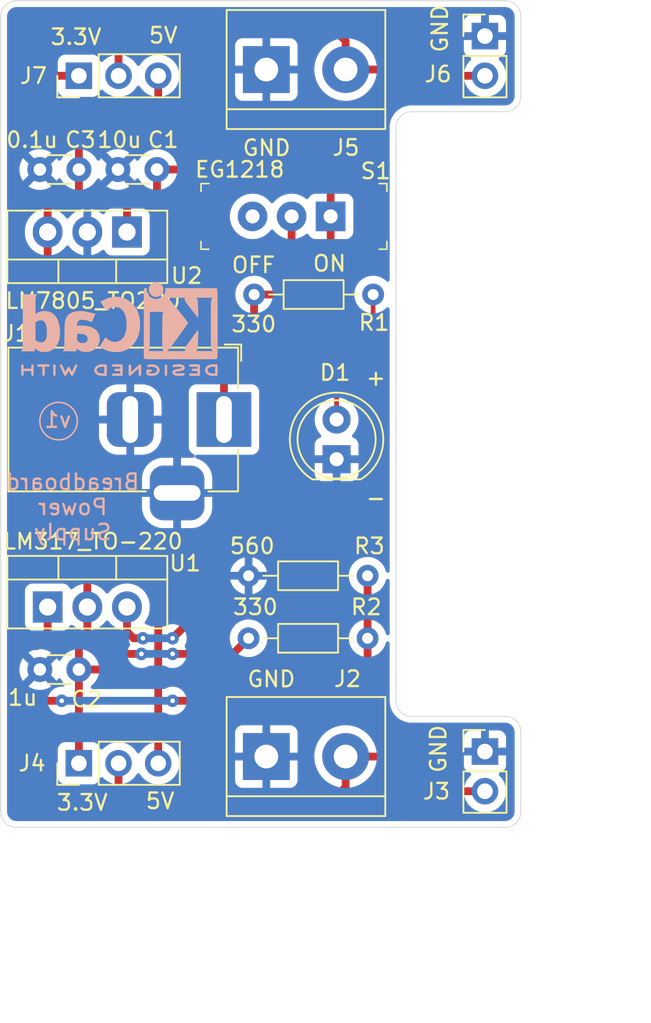
<source format=kicad_pcb>
(kicad_pcb (version 20241229) (generator "pcbnew") (generator_version "9.0")
  (layers (0 "F.Cu" signal) (2 "B.Cu" signal) (13 "F.Paste" user) (15 "B.Paste" user) (5 "F.SilkS" user "F.Silkscreen") (7 "B.SilkS" user "B.Silkscreen") (1 "F.Mask" user) (3 "B.Mask" user) (25 "Edge.Cuts" user))
  (net 0 "")
  (net 1 "GND")
  (net 2 "+12V")
  (net 3 "+3.3V")
  (net 4 "+5V")
  (net 5 "/LED_A")
  (net 6 "/PWR_IN")
  (net 7 "/OUT_1")
  (net 8 "/OUT_2")
  (net 9 "/ADJ")
  (footprint "Connector_BarrelJack:BarrelJack_Horizontal" (layer "F.Cu") (at 133.29 72)
    (property "Reference" "J1" (at -13.29 -5.5 0) (layer "F.SilkS"))
    (property "Value" "Barrel_Jack_Switch")
    (pad "1" thru_hole rect (at 0 0) (size 3.5 3.5) (drill oval 1 3) (layers "*.Cu" "*.Mask") (net 6 "/PWR_IN"))
    (pad "2" thru_hole roundrect (at -6 0) (size 3 3.5) (drill oval 1 3) (layers "*.Cu" "*.Mask") (net 1 "GND"))
    (pad "3" thru_hole roundrect (at -3 4.7) (size 3.5 3.5) (drill oval 3 1) (layers "*.Cu" "*.Mask") (net 1 "GND"))
  )
  (footprint "Connector_PinHeader_2.54mm:PinHeader_1x02_P2.54mm_Vertical" (layer "F.Cu") (at 150 47.46)
    (property "Reference" "J6" (at -3 2.44 0) (layer "F.SilkS"))
    (property "Value" "Conn_01x02_Pin")
    (pad "1" thru_hole rect (at 0 0) (size 1.7 1.7) (drill 1) (layers "*.Cu" "*.Mask") (net 1 "GND"))
    (pad "2" thru_hole circle (at 0 2.54) (size 1.7 1.7) (drill 1) (layers "*.Cu" "*.Mask") (net 8 "/OUT_2"))
  )
  (footprint "Resistor_THT:R_Axial_DIN0204_L3.6mm_D1.6mm_P7.62mm_Horizontal" (layer "F.Cu") (at 135.22 64)
    (property "Reference" "R1" (at 7.68 1.8 0) (layer "F.SilkS"))
    (property "Value" "330" (at -0.02 1.9 0) (layer "F.SilkS"))
    (pad "1" thru_hole circle (at 0 0) (size 1.4 1.4) (drill 0.7) (layers "*.Cu" "*.Mask") (net 2 "+12V"))
    (pad "2" thru_hole oval (at 7.62 0) (size 1.4 1.4) (drill 0.7) (layers "*.Cu" "*.Mask") (net 5 "/LED_A"))
  )
  (footprint "TerminalBlock:TerminalBlock_bornier-2_P5.08mm" (layer "F.Cu") (at 136 93.57)
    (property "Reference" "J2" (at 5.2 -4.97 0) (layer "F.SilkS"))
    (property "Value" "Screw_Terminal_01x02")
    (pad "1" thru_hole rect (at 0 0) (size 3 3) (drill 1.52) (layers "*.Cu" "*.Mask") (net 1 "GND"))
    (pad "2" thru_hole circle (at 5.08 0) (size 3 3) (drill 1.52) (layers "*.Cu" "*.Mask") (net 7 "/OUT_1"))
  )
  (footprint "Connector_PinHeader_2.54mm:PinHeader_1x03_P2.54mm_Vertical" (layer "F.Cu") (at 124 94 90)
    (property "Reference" "J4" (at 0 -3 180) (layer "F.SilkS"))
    (property "Value" "Conn_01x03_Pin")
    (pad "1" thru_hole rect (at 0 0 90) (size 1.7 1.7) (drill 1) (layers "*.Cu" "*.Mask") (net 3 "+3.3V"))
    (pad "2" thru_hole circle (at 0 2.54 90) (size 1.7 1.7) (drill 1) (layers "*.Cu" "*.Mask") (net 7 "/OUT_1"))
    (pad "3" thru_hole circle (at 0 5.08 90) (size 1.7 1.7) (drill 1) (layers "*.Cu" "*.Mask") (net 4 "+5V"))
  )
  (footprint "LED_THT:LED_D5.0mm" (layer "F.Cu") (at 140.5 74.54 90)
    (property "Reference" "D1" (at 5.54 -0.1 180) (layer "F.SilkS"))
    (property "Value" "LED")
    (pad "1" thru_hole rect (at 0 0 90) (size 1.8 1.8) (drill 0.9) (layers "*.Cu" "*.Mask") (net 1 "GND"))
    (pad "2" thru_hole circle (at 2.54 0 90) (size 1.8 1.8) (drill 0.9) (layers "*.Cu" "*.Mask") (net 5 "/LED_A"))
  )
  (footprint "Capacitor_THT:C_Disc_D3.0mm_W1.6mm_P2.50mm" (layer "F.Cu") (at 129 56 180)
    (property "Reference" "C1" (at -0.4 1.9 0) (layer "F.SilkS"))
    (property "Value" "10u" (at 2.4 1.9 0) (layer "F.SilkS"))
    (pad "1" thru_hole circle (at 0 0 180) (size 1.6 1.6) (drill 0.8) (layers "*.Cu" "*.Mask") (net 2 "+12V"))
    (pad "2" thru_hole circle (at 2.5 0 180) (size 1.6 1.6) (drill 0.8) (layers "*.Cu" "*.Mask") (net 1 "GND"))
  )
  (footprint "Connector_PinHeader_2.54mm:PinHeader_1x02_P2.54mm_Vertical" (layer "F.Cu") (at 150 93.25)
    (property "Reference" "J3" (at -3.1 2.55 0) (layer "F.SilkS"))
    (property "Value" "Conn_01x02_Pin")
    (pad "1" thru_hole rect (at 0 0) (size 1.7 1.7) (drill 1) (layers "*.Cu" "*.Mask") (net 1 "GND"))
    (pad "2" thru_hole circle (at 0 2.54) (size 1.7 1.7) (drill 1) (layers "*.Cu" "*.Mask") (net 7 "/OUT_1"))
  )
  (footprint "Resistor_THT:R_Axial_DIN0204_L3.6mm_D1.6mm_P7.62mm_Horizontal" (layer "F.Cu") (at 142.485 82 180)
    (property "Reference" "R3" (at -0.115 1.9 0) (layer "F.SilkS"))
    (property "Value" "560" (at 7.385 1.9 0) (layer "F.SilkS"))
    (pad "1" thru_hole circle (at 0 0 180) (size 1.4 1.4) (drill 0.7) (layers "*.Cu" "*.Mask") (net 9 "/ADJ"))
    (pad "2" thru_hole oval (at 7.62 0 180) (size 1.4 1.4) (drill 0.7) (layers "*.Cu" "*.Mask") (net 1 "GND"))
  )
  (footprint "Connector_PinHeader_2.54mm:PinHeader_1x03_P2.54mm_Vertical" (layer "F.Cu") (at 124 50 90)
    (property "Reference" "J7" (at 0 -2.9 180) (layer "F.SilkS"))
    (property "Value" "Conn_01x03_Pin")
    (pad "1" thru_hole rect (at 0 0 90) (size 1.7 1.7) (drill 1) (layers "*.Cu" "*.Mask") (net 3 "+3.3V"))
    (pad "2" thru_hole circle (at 0 2.54 90) (size 1.7 1.7) (drill 1) (layers "*.Cu" "*.Mask") (net 8 "/OUT_2"))
    (pad "3" thru_hole circle (at 0 5.08 90) (size 1.7 1.7) (drill 1) (layers "*.Cu" "*.Mask") (net 4 "+5V"))
  )
  (footprint "Capacitor_THT:C_Disc_D3.0mm_W1.6mm_P2.50mm" (layer "F.Cu") (at 124 56 180)
    (property "Reference" "C3" (at -0.1 1.9 0) (layer "F.SilkS"))
    (property "Value" "0.1u" (at 3 1.9 0) (layer "F.SilkS"))
    (pad "1" thru_hole circle (at 0 0 180) (size 1.6 1.6) (drill 0.8) (layers "*.Cu" "*.Mask") (net 4 "+5V"))
    (pad "2" thru_hole circle (at 2.5 0 180) (size 1.6 1.6) (drill 0.8) (layers "*.Cu" "*.Mask") (net 1 "GND"))
  )
  (footprint "Capacitor_THT:C_Disc_D3.0mm_W1.6mm_P2.50mm" (layer "F.Cu") (at 124 88 180)
    (property "Reference" "C2" (at -0.5 -1.9 0) (layer "F.SilkS"))
    (property "Value" "1u" (at 3.6 -1.8 0) (layer "F.SilkS"))
    (pad "1" thru_hole circle (at 0 0 180) (size 1.6 1.6) (drill 0.8) (layers "*.Cu" "*.Mask") (net 3 "+3.3V"))
    (pad "2" thru_hole circle (at 2.5 0 180) (size 1.6 1.6) (drill 0.8) (layers "*.Cu" "*.Mask") (net 1 "GND"))
  )
  (footprint "Package_TO_SOT_THT:TO-220-3_Vertical" (layer "F.Cu") (at 127.08 60 180)
    (property "Reference" "U2" (at -3.82 -2.8 0) (layer "F.SilkS"))
    (property "Value" "LM7805_TO220" (at 2.18 -4.4 0) (layer "F.SilkS"))
    (pad "1" thru_hole rect (at 0 0 180) (size 1.905 2) (drill 1.1) (layers "*.Cu" "*.Mask") (net 2 "+12V"))
    (pad "2" thru_hole oval (at 2.54 0 180) (size 1.905 2) (drill 1.1) (layers "*.Cu" "*.Mask") (net 1 "GND"))
    (pad "3" thru_hole oval (at 5.08 0 180) (size 1.905 2) (drill 1.1) (layers "*.Cu" "*.Mask") (net 4 "+5V"))
  )
  (footprint "digikey-footprints:Switch_Slide_11.6x4mm_EG1218" (layer "F.Cu") (at 140.12 59 180)
    (property "Reference" "S1" (at -2.88 2.9 0) (layer "F.SilkS"))
    (property "Value" "EG1218" (at 5.82 3 0) (layer "F.SilkS"))
    (pad "1" thru_hole rect (at 0 0 180) (size 1.9 1.9) (drill 0.9) (layers "*.Cu" "*.Mask") (net 2 "+12V"))
    (pad "2" thru_hole circle (at 2.5 0 180) (size 1.9 1.9) (drill 0.9) (layers "*.Cu" "*.Mask") (net 6 "/PWR_IN"))
    (pad "3" thru_hole circle (at 5 0 180) (size 1.9 1.9) (drill 0.9) (layers "*.Cu" "*.Mask"))
  )
  (footprint "Resistor_THT:R_Axial_DIN0204_L3.6mm_D1.6mm_P7.62mm_Horizontal" (layer "F.Cu") (at 134.865 86)
    (property "Reference" "R2" (at 7.535 -2 0) (layer "F.SilkS"))
    (property "Value" "330" (at 0.435 -2 0) (layer "F.SilkS"))
    (pad "1" thru_hole circle (at 0 0) (size 1.4 1.4) (drill 0.7) (layers "*.Cu" "*.Mask") (net 3 "+3.3V"))
    (pad "2" thru_hole oval (at 7.62 0) (size 1.4 1.4) (drill 0.7) (layers "*.Cu" "*.Mask") (net 9 "/ADJ"))
  )
  (footprint "Package_TO_SOT_THT:TO-220-3_Vertical" (layer "F.Cu") (at 122 84)
    (property "Reference" "U1" (at 8.8 -2.8 0) (layer "F.SilkS"))
    (property "Value" "LM317_TO-220" (at 2.9 -4.2 0) (layer "F.SilkS"))
    (pad "1" thru_hole rect (at 0 0) (size 1.905 2) (drill 1.1) (layers "*.Cu" "*.Mask") (net 9 "/ADJ"))
    (pad "2" thru_hole oval (at 2.54 0) (size 1.905 2) (drill 1.1) (layers "*.Cu" "*.Mask") (net 3 "+3.3V"))
    (pad "3" thru_hole oval (at 5.08 0) (size 1.905 2) (drill 1.1) (layers "*.Cu" "*.Mask") (net 2 "+12V"))
  )
  (footprint "TerminalBlock:TerminalBlock_bornier-2_P5.08mm" (layer "F.Cu") (at 136 49.6)
    (property "Reference" "J5" (at 5.1 5 0) (layer "F.SilkS"))
    (property "Value" "Screw_Terminal_01x02")
    (pad "1" thru_hole rect (at 0 0) (size 3 3) (drill 1.52) (layers "*.Cu" "*.Mask") (net 1 "GND"))
    (pad "2" thru_hole circle (at 5.08 0) (size 3 3) (drill 1.52) (layers "*.Cu" "*.Mask") (net 8 "/OUT_2"))
  )
  (footprint "Symbol:KiCad-Logo2_5mm_SilkScreen" (layer "B.Cu") (at 126.6 66.2 180)
    (property "Reference" "REF**" (hide yes))
    (property "Value" "KiCad-Logo2_5mm_SilkScreen" (hide yes))
  )
  (gr_circle (center 122.7 72.1) (end 122.7 73.3) (stroke (width 0.1)) (fill no) (layer "B.SilkS"))
  (gr_line (start 145.3 91) (end 151.3 91) (stroke (width 0.05)) (layer "Edge.Cuts"))
  (gr_arc (start 119 46.2) (mid 119.292893 45.492893) (end 120 45.2) (stroke (width 0.05)) (layer "Edge.Cuts"))
  (gr_line (start 144.3 53.3) (end 144.3 90) (stroke (width 0.05)) (layer "Edge.Cuts"))
  (gr_line (start 152.3 46.2) (end 152.3 51.3) (stroke (width 0.05)) (layer "Edge.Cuts"))
  (gr_arc (start 120 98.1) (mid 119.292893 97.807107) (end 119 97.1) (stroke (width 0.05)) (layer "Edge.Cuts"))
  (gr_arc (start 152.3 51.3) (mid 152.007107 52.007107) (end 151.3 52.3) (stroke (width 0.05)) (layer "Edge.Cuts"))
  (gr_line (start 151.3 98.100025) (end 120 98.100025) (stroke (width 0.05)) (layer "Edge.Cuts"))
  (gr_arc (start 151.3 91) (mid 152.007107 91.292893) (end 152.3 92) (stroke (width 0.05)) (layer "Edge.Cuts"))
  (gr_line (start 151.3 52.3) (end 145.3 52.3) (stroke (width 0.05)) (layer "Edge.Cuts"))
  (gr_arc (start 152.300025 97.1) (mid 152.007124 97.807124) (end 151.3 98.100025) (stroke (width 0.05)) (layer "Edge.Cuts"))
  (gr_arc (start 151.3 45.2) (mid 152.007107 45.492893) (end 152.3 46.2) (stroke (width 0.05)) (layer "Edge.Cuts"))
  (gr_line (start 151.3 45.2) (end 120 45.2) (stroke (width 0.05)) (layer "Edge.Cuts"))
  (gr_line (start 152.3 92) (end 152.300025 97.1) (stroke (width 0.05)) (layer "Edge.Cuts"))
  (gr_line (start 119 46.2) (end 119 97.1) (stroke (width 0.05)) (layer "Edge.Cuts"))
  (gr_arc (start 145.3 91) (mid 144.592893 90.707107) (end 144.3 90) (stroke (width 0.05)) (layer "Edge.Cuts"))
  (gr_arc (start 144.3 53.3) (mid 144.592893 52.592893) (end 145.3 52.3) (stroke (width 0.05)) (layer "Edge.Cuts"))
  (gr_text "GND" (at 134.7 89.2 0) (layer "F.SilkS") (effects (font (size 1 1)) (justify left bottom)))
  (gr_text "5V" (at 128.4 48 0) (layer "F.SilkS") (effects (font (size 1 1)) (justify left bottom)))
  (gr_text "ON" (at 138.9 62.6 0) (layer "F.SilkS") (effects (font (size 1 1)) (justify left bottom)))
  (gr_text "+" (at 142.3 69.9 0) (layer "F.SilkS") (effects (font (size 1 1)) (justify left bottom)))
  (gr_text "GND" (at 147.6 94.7 90) (layer "F.SilkS") (effects (font (size 1 1)) (justify left bottom)))
  (gr_text "3.3V" (at 122.1 48.1 0) (layer "F.SilkS") (effects (font (size 1 1)) (justify left bottom)))
  (gr_text "5V" (at 128.2 97 0) (layer "F.SilkS") (effects (font (size 1 1)) (justify left bottom)))
  (gr_text "GND" (at 134.4 55.2 0) (layer "F.SilkS") (effects (font (size 1 1)) (justify left bottom)))
  (gr_text "-" (at 142.3 77.6 0) (layer "F.SilkS") (effects (font (size 1 1)) (justify left bottom)))
  (gr_text "GND" (at 147.7 48.6 90) (layer "F.SilkS") (effects (font (size 1 1)) (justify left bottom)))
  (gr_text "OFF" (at 133.7 62.7 0) (layer "F.SilkS") (effects (font (size 1 1)) (justify left bottom)))
  (gr_text "3.3V" (at 122.5 97.1 0) (layer "F.SilkS") (effects (font (size 1 1)) (justify left bottom)))
  (gr_text "v1" (at 123.6 72.6 0) (layer "B.SilkS") (effects (font (size 1 1)) (justify left bottom mirror)))
  (gr_text "Breadboard\nPower\nSupply" (at 123.6 79.8 0) (layer "B.SilkS") (effects (font (size 1 1)) (justify bottom mirror)))
  (segment (start 136.3 84) (end 132 84) (width 0.5) (layer "F.Cu") (net 2))
  (segment (start 136.4 68.9) (end 137.2 69.7) (width 0.5) (layer "F.Cu") (net 2))
  (segment (start 127.5 58) (end 127.08 58.42) (width 0.5) (layer "F.Cu") (net 2))
  (segment (start 139.5 64) (end 140.12 63.38) (width 0.5) (layer "F.Cu") (net 2))
  (segment (start 135.22 67.72) (end 136.4 68.9) (width 0.5) (layer "F.Cu") (net 2))
  (segment (start 132 84) (end 131 85) (width 0.5) (layer "F.Cu") (net 2))
  (segment (start 127.08 58.42) (end 127.08 60) (width 0.5) (layer "F.Cu") (net 2))
  (segment (start 137.2 69.7) (end 137.2 80.2) (width 0.5) (layer "F.Cu") (net 2))
  (segment (start 140.12 63.38) (end 140.12 59) (width 0.5) (layer "F.Cu") (net 2))
  (segment (start 128 86) (end 127.5 86) (width 0.5) (layer "F.Cu") (net 2))
  (segment (start 137.2 80.2) (end 137.2 83.1) (width 0.5) (layer "F.Cu") (net 2))
  (segment (start 140.12 56.82) (end 140.12 59) (width 0.5) (layer "F.Cu") (net 2))
  (segment (start 129 57.4) (end 128.4 58) (width 0.5) (layer "F.Cu") (net 2))
  (segment (start 135.22 64) (end 139.5 64) (width 0.5) (layer "F.Cu") (net 2))
  (segment (start 139.3 56) (end 129 56) (width 0.5) (layer "F.Cu") (net 2))
  (segment (start 127.5 86) (end 127.08 85.58) (width 0.5) (layer "F.Cu") (net 2))
  (segment (start 128.4 58) (end 127.5 58) (width 0.5) (layer "F.Cu") (net 2))
  (segment (start 127.08 85.58) (end 127.08 84) (width 0.5) (layer "F.Cu") (net 2))
  (segment (start 137.2 83.1) (end 136.3 84) (width 0.5) (layer "F.Cu") (net 2))
  (segment (start 135.22 64) (end 135.22 67.72) (width 0.5) (layer "F.Cu") (net 2))
  (segment (start 129 56) (end 129 57.4) (width 0.5) (layer "F.Cu") (net 2))
  (segment (start 131 85) (end 130 86) (width 0.5) (layer "F.Cu") (net 2))
  (segment (start 139.3 56) (end 140.12 56.82) (width 0.5) (layer "F.Cu") (net 2))
  (via (at 128.1 86) (size 0.8) (drill 0.3) (layers "F.Cu" "B.Cu") (net 2))
  (via (at 130 86) (size 0.8) (drill 0.3) (layers "F.Cu" "B.Cu") (net 2))
  (segment (start 128.1 86) (end 128 86) (width 0.5) (layer "B.Cu") (net 2))
  (segment (start 130 86) (end 128.1 86) (width 0.5) (layer "B.Cu") (net 2))
  (segment (start 119.7 51.8) (end 119.7 80.9) (width 0.5) (layer "F.Cu") (net 3))
  (segment (start 120.3 81.5) (end 124.1 81.5) (width 0.5) (layer "F.Cu") (net 3))
  (segment (start 133 87) (end 130 87) (width 0.5) (layer "F.Cu") (net 3))
  (segment (start 119.7 80.9) (end 120.3 81.5) (width 0.5) (layer "F.Cu") (net 3))
  (segment (start 124 50) (end 121.5 50) (width 0.5) (layer "F.Cu") (net 3))
  (segment (start 128 87) (end 127 87) (width 0.5) (layer "F.Cu") (net 3))
  (segment (start 134.865 86) (end 133.865 87) (width 0.5) (layer "F.Cu") (net 3))
  (segment (start 126 88) (end 124 88) (width 0.5) (layer "F.Cu") (net 3))
  (segment (start 124.54 85.94) (end 124.54 84) (width 0.5) (layer "F.Cu") (net 3))
  (segment (start 124.54 81.94) (end 124.54 84) (width 0.5) (layer "F.Cu") (net 3))
  (segment (start 124 86.48) (end 124.54 85.94) (width 0.5) (layer "F.Cu") (net 3))
  (segment (start 124 88) (end 124 86.48) (width 0.5) (layer "F.Cu") (net 3))
  (segment (start 124 94) (end 124 88) (width 0.5) (layer "F.Cu") (net 3))
  (segment (start 121.5 50) (end 119.7 51.8) (width 0.5) (layer "F.Cu") (net 3))
  (segment (start 127 87) (end 126 88) (width 0.5) (layer "F.Cu") (net 3))
  (segment (start 133.865 87) (end 133 87) (width 0.5) (layer "F.Cu") (net 3))
  (segment (start 124.1 81.5) (end 124.54 81.94) (width 0.5) (layer "F.Cu") (net 3))
  (via (at 128 87) (size 0.8) (drill 0.3) (layers "F.Cu" "B.Cu") (net 3))
  (via (at 130 87) (size 0.8) (drill 0.3) (layers "F.Cu" "B.Cu") (net 3))
  (segment (start 130 87) (end 128 87) (width 0.5) (layer "B.Cu") (net 3))
  (segment (start 124 56) (end 124 54.2) (width 0.5) (layer "F.Cu") (net 4))
  (segment (start 123.5 58) (end 124 57.5) (width 0.5) (layer "F.Cu") (net 4))
  (segment (start 129.08 82.18) (end 122 75.1) (width 0.5) (layer "F.Cu") (net 4))
  (segment (start 129.08 50) (end 129.08 52.72) (width 0.5) (layer "F.Cu") (net 4))
  (segment (start 122 75.1) (end 122 60) (width 0.5) (layer "F.Cu") (net 4))
  (segment (start 129.08 94) (end 129.08 82.18) (width 0.5) (layer "F.Cu") (net 4))
  (segment (start 122 58.5) (end 122.5 58) (width 0.5) (layer "F.Cu") (net 4))
  (segment (start 124 57.5) (end 124 56) (width 0.5) (layer "F.Cu") (net 4))
  (segment (start 129.08 52.72) (end 128.3 53.5) (width 0.5) (layer "F.Cu") (net 4))
  (segment (start 124 54.2) (end 124.7 53.5) (width 0.5) (layer "F.Cu") (net 4))
  (segment (start 124.7 53.5) (end 128.3 53.5) (width 0.5) (layer "F.Cu") (net 4))
  (segment (start 122 60) (end 122 58.5) (width 0.5) (layer "F.Cu") (net 4))
  (segment (start 122.5 58) (end 123.5 58) (width 0.5) (layer "F.Cu") (net 4))
  (segment (start 140.5 69.2) (end 140.5 72) (width 0.3) (layer "F.Cu") (net 5))
  (segment (start 142.84 64) (end 142.84 66.86) (width 0.3) (layer "F.Cu") (net 5))
  (segment (start 142.84 66.86) (end 140.5 69.2) (width 0.3) (layer "F.Cu") (net 5))
  (segment (start 136.8 62) (end 134.2 62) (width 0.5) (layer "F.Cu") (net 6))
  (segment (start 137.62 59) (end 137.62 61.18) (width 0.5) (layer "F.Cu") (net 6))
  (segment (start 133.29 62.91) (end 133.29 72) (width 0.5) (layer "F.Cu") (net 6))
  (segment (start 134.2 62) (end 133.29 62.91) (width 0.5) (layer "F.Cu") (net 6))
  (segment (start 137.62 61.18) (end 136.8 62) (width 0.5) (layer "F.Cu") (net 6))
  (segment (start 127.2 96.1) (end 126.54 95.44) (width 0.5) (layer "F.Cu") (net 7))
  (segment (start 141.08 93.57) (end 141.08 95.52) (width 0.5) (layer "F.Cu") (net 7))
  (segment (start 145.27 93.57) (end 146 94.3) (width 0.5) (layer "F.Cu") (net 7))
  (segment (start 141.08 95.52) (end 140.5 96.1) (width 0.5) (layer "F.Cu") (net 7))
  (segment (start 141.08 93.57) (end 145.27 93.57) (width 0.5) (layer "F.Cu") (net 7))
  (segment (start 146.49 95.79) (end 146 95.3) (width 0.5) (layer "F.Cu") (net 7))
  (segment (start 146 95.3) (end 146 94.3) (width 0.5) (layer "F.Cu") (net 7))
  (segment (start 126.54 95.44) (end 126.54 94) (width 0.5) (layer "F.Cu") (net 7))
  (segment (start 150 95.79) (end 146.49 95.79) (width 0.5) (layer "F.Cu") (net 7))
  (segment (start 140.5 96.1) (end 127.2 96.1) (width 0.5) (layer "F.Cu") (net 7))
  (segment (start 141.08 49.6) (end 141.08 47.78) (width 0.5) (layer "F.Cu") (net 8))
  (segment (start 141.08 47.78) (end 140.4 47.1) (width 0.5) (layer "F.Cu") (net 8))
  (segment (start 126.54 50) (end 126.54 47.66) (width 0.5) (layer "F.Cu") (net 8))
  (segment (start 150 50) (end 145.2 50) (width 0.5) (layer "F.Cu") (net 8))
  (segment (start 144.8 49.6) (end 141.08 49.6) (width 0.5) (layer "F.Cu") (net 8))
  (segment (start 140.4 47.1) (end 127.1 47.1) (width 0.5) (layer "F.Cu") (net 8))
  (segment (start 145.2 50) (end 144.8 49.6) (width 0.5) (layer "F.Cu") (net 8))
  (segment (start 126.54 47.66) (end 127.1 47.1) (width 0.5) (layer "F.Cu") (net 8))
  (segment (start 120.3 90) (end 122.9 90) (width 0.5) (layer "F.Cu") (net 9))
  (segment (start 122.9 90) (end 123 90) (width 0.5) (layer "F.Cu") (net 9))
  (segment (start 142.485 82) (end 142.485 86) (width 0.5) (layer "F.Cu") (net 9))
  (segment (start 122 85.8) (end 121.4 86.4) (width 0.5) (layer "F.Cu") (net 9))
  (segment (start 142.485 86) (end 142.485 89.415) (width 0.5) (layer "F.Cu") (net 9))
  (segment (start 119.9 87) (end 119.9 89.6) (width 0.5) (layer "F.Cu") (net 9))
  (segment (start 121.3 86.5) (end 120.5 86.5) (width 0.5) (layer "F.Cu") (net 9))
  (segment (start 121.4 86.4) (end 121.3 86.5) (width 0.5) (layer "F.Cu") (net 9))
  (segment (start 122 84) (end 122 85.8) (width 0.5) (layer "F.Cu") (net 9))
  (segment (start 120.4 86.5) (end 119.9 87) (width 0.5) (layer "F.Cu") (net 9))
  (segment (start 141.9 90) (end 130 90) (width 0.5) (layer "F.Cu") (net 9))
  (segment (start 120.5 86.5) (end 120.4 86.5) (width 0.5) (layer "F.Cu") (net 9))
  (segment (start 142.485 89.415) (end 141.9 90) (width 0.5) (layer "F.Cu") (net 9))
  (segment (start 119.9 89.6) (end 120.3 90) (width 0.5) (layer "F.Cu") (net 9))
  (via (at 130 90) (size 0.8) (drill 0.3) (layers "F.Cu" "B.Cu") (net 9))
  (via (at 122.9 90) (size 0.8) (drill 0.3) (layers "F.Cu" "B.Cu") (net 9))
  (segment (start 123 90) (end 130 90) (width 0.5) (layer "B.Cu") (net 9))
  (zone (net 1) (net_name "GND") (layer "B.Cu") (connect_pads (clearance 0.5)) (min_thickness 0.25) (fill yes (thermal_gap 0.5) (thermal_bridge_width 0.5))
    (polygon (pts (xy 120 45.2) (xy 119 46.2) (xy 119 97.1) (xy 120 98.1) (xy 151.4 98.1) (xy 152.3 97.2) (xy 152.3 91.9) (xy 151.4 91) (xy 145.2 91) (xy 144.3 90.1) (xy 144.3 53.1) (xy 145.1 52.3) (xy 151.5 52.3) (xy 152.3 51.5) (xy 152.3 46.1) (xy 151.4 45.2)))
  )
)
</source>
